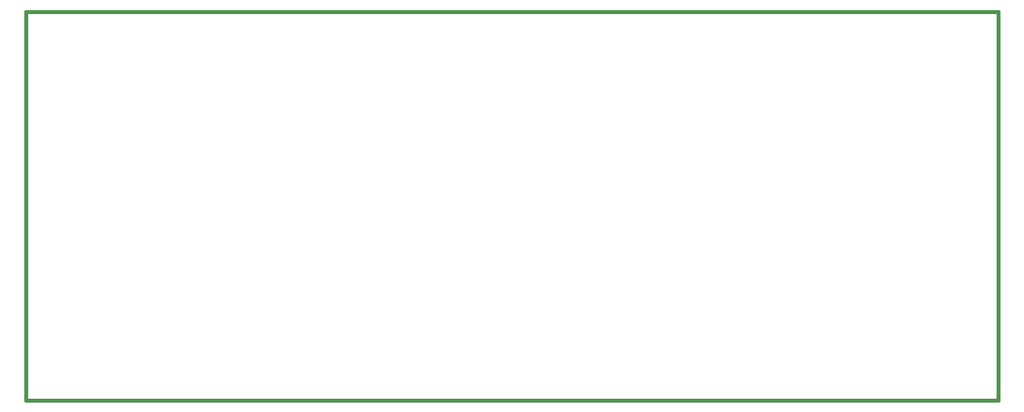
<source format=gbr>
%TF.GenerationSoftware,KiCad,Pcbnew,6.0.7-f9a2dced07~116~ubuntu22.04.1*%
%TF.CreationDate,2022-08-21T16:12:59+02:00*%
%TF.ProjectId,cpld,63706c64-2e6b-4696-9361-645f70636258,rev?*%
%TF.SameCoordinates,Original*%
%TF.FileFunction,Profile,NP*%
%FSLAX46Y46*%
G04 Gerber Fmt 4.6, Leading zero omitted, Abs format (unit mm)*
G04 Created by KiCad (PCBNEW 6.0.7-f9a2dced07~116~ubuntu22.04.1) date 2022-08-21 16:12:59*
%MOMM*%
%LPD*%
G01*
G04 APERTURE LIST*
%TA.AperFunction,Profile*%
%ADD10C,0.400000*%
%TD*%
G04 APERTURE END LIST*
D10*
X88100000Y-58700000D02*
X193100000Y-58700000D01*
X193100000Y-58700000D02*
X193100000Y-100800000D01*
X193100000Y-100800000D02*
X88100000Y-100800000D01*
X88100000Y-100800000D02*
X88100000Y-58700000D01*
M02*

</source>
